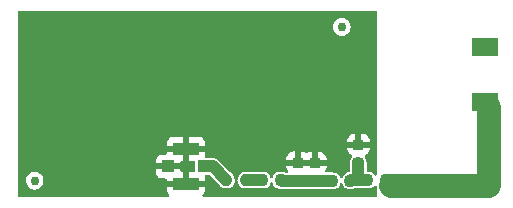
<source format=gbr>
%TF.GenerationSoftware,KiCad,Pcbnew,6.0.0+dfsg1-2*%
%TF.CreationDate,2022-03-05T21:21:33-05:00*%
%TF.ProjectId,RUSP_Antenna,52555350-5f41-46e7-9465-6e6e612e6b69,rev?*%
%TF.SameCoordinates,Original*%
%TF.FileFunction,Copper,L1,Top*%
%TF.FilePolarity,Positive*%
%FSLAX46Y46*%
G04 Gerber Fmt 4.6, Leading zero omitted, Abs format (unit mm)*
G04 Created by KiCad (PCBNEW 6.0.0+dfsg1-2) date 2022-03-05 21:21:33*
%MOMM*%
%LPD*%
G01*
G04 APERTURE LIST*
G04 Aperture macros list*
%AMRoundRect*
0 Rectangle with rounded corners*
0 $1 Rounding radius*
0 $2 $3 $4 $5 $6 $7 $8 $9 X,Y pos of 4 corners*
0 Add a 4 corners polygon primitive as box body*
4,1,4,$2,$3,$4,$5,$6,$7,$8,$9,$2,$3,0*
0 Add four circle primitives for the rounded corners*
1,1,$1+$1,$2,$3*
1,1,$1+$1,$4,$5*
1,1,$1+$1,$6,$7*
1,1,$1+$1,$8,$9*
0 Add four rect primitives between the rounded corners*
20,1,$1+$1,$2,$3,$4,$5,0*
20,1,$1+$1,$4,$5,$6,$7,0*
20,1,$1+$1,$6,$7,$8,$9,0*
20,1,$1+$1,$8,$9,$2,$3,0*%
G04 Aperture macros list end*
%TA.AperFunction,SMDPad,CuDef*%
%ADD10C,0.750000*%
%TD*%
%TA.AperFunction,SMDPad,CuDef*%
%ADD11R,1.000000X1.000000*%
%TD*%
%TA.AperFunction,SMDPad,CuDef*%
%ADD12R,2.200000X1.050000*%
%TD*%
%TA.AperFunction,SMDPad,CuDef*%
%ADD13RoundRect,0.225000X-0.225000X-0.250000X0.225000X-0.250000X0.225000X0.250000X-0.225000X0.250000X0*%
%TD*%
%TA.AperFunction,SMDPad,CuDef*%
%ADD14RoundRect,0.225000X-0.250000X0.225000X-0.250000X-0.225000X0.250000X-0.225000X0.250000X0.225000X0*%
%TD*%
%TA.AperFunction,SMDPad,CuDef*%
%ADD15RoundRect,0.218750X0.256250X-0.218750X0.256250X0.218750X-0.256250X0.218750X-0.256250X-0.218750X0*%
%TD*%
%TA.AperFunction,SMDPad,CuDef*%
%ADD16R,2.300000X1.650000*%
%TD*%
%TA.AperFunction,SMDPad,CuDef*%
%ADD17RoundRect,0.200000X0.200000X0.275000X-0.200000X0.275000X-0.200000X-0.275000X0.200000X-0.275000X0*%
%TD*%
%TA.AperFunction,SMDPad,CuDef*%
%ADD18RoundRect,0.218750X0.218750X0.256250X-0.218750X0.256250X-0.218750X-0.256250X0.218750X-0.256250X0*%
%TD*%
%TA.AperFunction,Conductor*%
%ADD19C,1.000000*%
%TD*%
%TA.AperFunction,Conductor*%
%ADD20C,2.000000*%
%TD*%
G04 APERTURE END LIST*
D10*
%TO.P,FID1,*%
%TO.N,*%
X125750000Y-103750000D03*
%TD*%
%TO.P,FID2,*%
%TO.N,*%
X151750000Y-90750000D03*
%TD*%
D11*
%TO.P,J1,1,In*%
%TO.N,Net-(J1-Pad1)*%
X140050000Y-102550000D03*
D12*
%TO.P,J1,2,Ext*%
%TO.N,GNDA*%
X138550000Y-101075000D03*
X138550000Y-104025000D03*
D11*
X137050000Y-102550000D03*
%TD*%
D13*
%TO.P,C1,1*%
%TO.N,Net-(C1-Pad1)*%
X150925000Y-103750000D03*
%TO.P,C1,2*%
%TO.N,Net-(C1-Pad2)*%
X152475000Y-103750000D03*
%TD*%
D14*
%TO.P,C2,1*%
%TO.N,GNDA*%
X149490000Y-102245000D03*
%TO.P,C2,2*%
%TO.N,Net-(C1-Pad1)*%
X149490000Y-103795000D03*
%TD*%
D15*
%TO.P,L1,1,1*%
%TO.N,Net-(C1-Pad2)*%
X153160000Y-102277500D03*
%TO.P,L1,2,2*%
%TO.N,GNDA*%
X153160000Y-100702500D03*
%TD*%
D16*
%TO.P,AE1,*%
%TO.N,*%
X163850000Y-92475000D03*
%TO.P,AE1,1,A*%
%TO.N,Net-(AE1-Pad1)*%
X163850000Y-97125000D03*
%TD*%
D17*
%TO.P,R1,1*%
%TO.N,Net-(C3-Pad1)*%
X143635000Y-103700000D03*
%TO.P,R1,2*%
%TO.N,Net-(J1-Pad1)*%
X141985000Y-103700000D03*
%TD*%
D18*
%TO.P,L2,1,1*%
%TO.N,Net-(AE1-Pad1)*%
X155487500Y-103690000D03*
%TO.P,L2,2,2*%
%TO.N,Net-(C1-Pad2)*%
X153912500Y-103690000D03*
%TD*%
D15*
%TO.P,L3,1,1*%
%TO.N,Net-(C1-Pad1)*%
X148010000Y-103797500D03*
%TO.P,L3,2,2*%
%TO.N,GNDA*%
X148010000Y-102222500D03*
%TD*%
D13*
%TO.P,C3,1*%
%TO.N,Net-(C3-Pad1)*%
X145025000Y-103700000D03*
%TO.P,C3,2*%
%TO.N,Net-(C1-Pad1)*%
X146575000Y-103700000D03*
%TD*%
D19*
%TO.N,Net-(AE1-Pad1)*%
X155900000Y-104225480D02*
X155487500Y-103812980D01*
D20*
X164225480Y-104200000D02*
X155997500Y-104200000D01*
X155997500Y-104200000D02*
X155972020Y-104225480D01*
X164225480Y-97500480D02*
X164225480Y-98000000D01*
X164225480Y-98000000D02*
X164225480Y-104200000D01*
D19*
X155487500Y-103812980D02*
X155487500Y-103690000D01*
D20*
X155972020Y-104225480D02*
X155900000Y-104225480D01*
D19*
%TO.N,Net-(C1-Pad1)*%
X148010000Y-103797500D02*
X146672500Y-103797500D01*
X149487500Y-103797500D02*
X149490000Y-103795000D01*
X149535000Y-103750000D02*
X149490000Y-103795000D01*
X148010000Y-103797500D02*
X149487500Y-103797500D01*
X150925000Y-103750000D02*
X149535000Y-103750000D01*
X146672500Y-103797500D02*
X146575000Y-103700000D01*
%TO.N,Net-(C1-Pad2)*%
X153290000Y-103690000D02*
X152535000Y-103690000D01*
X153912500Y-103690000D02*
X153290000Y-103690000D01*
X153160000Y-102277500D02*
X153160000Y-103560000D01*
X153160000Y-103560000D02*
X153290000Y-103690000D01*
X152535000Y-103690000D02*
X152475000Y-103750000D01*
%TO.N,Net-(C3-Pad1)*%
X143635000Y-103700000D02*
X145025000Y-103700000D01*
%TO.N,Net-(J1-Pad1)*%
X140835000Y-102550000D02*
X141985000Y-103700000D01*
X140050000Y-102550000D02*
X140835000Y-102550000D01*
%TD*%
%TA.AperFunction,Conductor*%
%TO.N,GNDA*%
G36*
X154692121Y-89370002D02*
G01*
X154738614Y-89423658D01*
X154750000Y-89476000D01*
X154750000Y-103199809D01*
X154729998Y-103267930D01*
X154676342Y-103314423D01*
X154606068Y-103324527D01*
X154541488Y-103295033D01*
X154511733Y-103257012D01*
X154479159Y-103193082D01*
X154479158Y-103193080D01*
X154474658Y-103184249D01*
X154380751Y-103090342D01*
X154282501Y-103040281D01*
X154271254Y-103034550D01*
X154271253Y-103034550D01*
X154262420Y-103030049D01*
X154164246Y-103014500D01*
X154131299Y-103014500D01*
X154099964Y-103010541D01*
X154095061Y-103009282D01*
X154087987Y-103006524D01*
X154038097Y-102999956D01*
X153970054Y-102990998D01*
X153905127Y-102962276D01*
X153866035Y-102903011D01*
X153860500Y-102866076D01*
X153860500Y-102234984D01*
X153845276Y-102109180D01*
X153842592Y-102102077D01*
X153840779Y-102094695D01*
X153841739Y-102094459D01*
X153835500Y-102060297D01*
X153835500Y-102025754D01*
X153819951Y-101927580D01*
X153759658Y-101809249D01*
X153720310Y-101769901D01*
X153686284Y-101707589D01*
X153691349Y-101636774D01*
X153733896Y-101579938D01*
X153743102Y-101573662D01*
X153864514Y-101498530D01*
X153875915Y-101489494D01*
X153985298Y-101379920D01*
X153994310Y-101368509D01*
X154075553Y-101236709D01*
X154081697Y-101223532D01*
X154130579Y-101076157D01*
X154133445Y-101062790D01*
X154142614Y-100973300D01*
X154138525Y-100959376D01*
X154137135Y-100958171D01*
X154129452Y-100956500D01*
X152195115Y-100956500D01*
X152179876Y-100960975D01*
X152178671Y-100962365D01*
X152177158Y-100969321D01*
X152177337Y-100972782D01*
X152186804Y-101064021D01*
X152189697Y-101077417D01*
X152238830Y-101224687D01*
X152245004Y-101237866D01*
X152326470Y-101369514D01*
X152335506Y-101380915D01*
X152445080Y-101490298D01*
X152456491Y-101499310D01*
X152576792Y-101573465D01*
X152624286Y-101626238D01*
X152635709Y-101696309D01*
X152607435Y-101761433D01*
X152599771Y-101769820D01*
X152560342Y-101809249D01*
X152500049Y-101927580D01*
X152484500Y-102025754D01*
X152484500Y-102058701D01*
X152480541Y-102090036D01*
X152479282Y-102094939D01*
X152476524Y-102102013D01*
X152459500Y-102231326D01*
X152459500Y-102884068D01*
X152439498Y-102952189D01*
X152385842Y-102998682D01*
X152369416Y-103004393D01*
X152366680Y-103004724D01*
X152359582Y-103007406D01*
X152356256Y-103008223D01*
X152341808Y-103012176D01*
X152338529Y-103013166D01*
X152331046Y-103014472D01*
X152285308Y-103034550D01*
X152273234Y-103039850D01*
X152267130Y-103042341D01*
X152208077Y-103064655D01*
X152201816Y-103068958D01*
X152198509Y-103070687D01*
X152159844Y-103083475D01*
X152116874Y-103090281D01*
X151996780Y-103151472D01*
X151901472Y-103246780D01*
X151840281Y-103366874D01*
X151838731Y-103376663D01*
X151838730Y-103376665D01*
X151827351Y-103448510D01*
X151824500Y-103466512D01*
X151822250Y-103466156D01*
X151800326Y-103523676D01*
X151743188Y-103565816D01*
X151672338Y-103570375D01*
X151610271Y-103535906D01*
X151576691Y-103473352D01*
X151575703Y-103466480D01*
X151575500Y-103466512D01*
X151561270Y-103376665D01*
X151561269Y-103376663D01*
X151559719Y-103366874D01*
X151498528Y-103246780D01*
X151403220Y-103151472D01*
X151283126Y-103090281D01*
X151273337Y-103088731D01*
X151273335Y-103088730D01*
X151238841Y-103083267D01*
X151183488Y-103074500D01*
X151143799Y-103074500D01*
X151112464Y-103070541D01*
X151107561Y-103069282D01*
X151100487Y-103066524D01*
X151026191Y-103056743D01*
X150975261Y-103050038D01*
X150975260Y-103050038D01*
X150971174Y-103049500D01*
X150469570Y-103049500D01*
X150401449Y-103029498D01*
X150354956Y-102975842D01*
X150344852Y-102905568D01*
X150362310Y-102857384D01*
X150405004Y-102788120D01*
X150411151Y-102774939D01*
X150460491Y-102626186D01*
X150463358Y-102612810D01*
X150472672Y-102521903D01*
X150472929Y-102516874D01*
X150468525Y-102501876D01*
X150467135Y-102500671D01*
X150459452Y-102499000D01*
X148532168Y-102499000D01*
X148464047Y-102478998D01*
X148463683Y-102478726D01*
X148453452Y-102476500D01*
X147045115Y-102476500D01*
X147029876Y-102480975D01*
X147028671Y-102482365D01*
X147027158Y-102489321D01*
X147027337Y-102492782D01*
X147036804Y-102584021D01*
X147039697Y-102597417D01*
X147088830Y-102744687D01*
X147095004Y-102757866D01*
X147176472Y-102889518D01*
X147179026Y-102892740D01*
X147180084Y-102895354D01*
X147180324Y-102895742D01*
X147180258Y-102895783D01*
X147205660Y-102958551D01*
X147192487Y-103028315D01*
X147143687Y-103079881D01*
X147080277Y-103097000D01*
X147074694Y-103097000D01*
X147017491Y-103083267D01*
X146981098Y-103064724D01*
X146933126Y-103040281D01*
X146923337Y-103038731D01*
X146923335Y-103038730D01*
X146893851Y-103034060D01*
X146833488Y-103024500D01*
X146786018Y-103024500D01*
X146763057Y-103022390D01*
X146753081Y-103020541D01*
X146619308Y-102995748D01*
X146611728Y-102996185D01*
X146611727Y-102996185D01*
X146582572Y-102997866D01*
X146450041Y-103005507D01*
X146420900Y-103014472D01*
X146406409Y-103018930D01*
X146369360Y-103024500D01*
X146316512Y-103024500D01*
X146256149Y-103034060D01*
X146226665Y-103038730D01*
X146226663Y-103038731D01*
X146216874Y-103040281D01*
X146096780Y-103101472D01*
X146001472Y-103196780D01*
X145940281Y-103316874D01*
X145924500Y-103416512D01*
X145922250Y-103416156D01*
X145900326Y-103473676D01*
X145843188Y-103515816D01*
X145772338Y-103520375D01*
X145710271Y-103485906D01*
X145676691Y-103423352D01*
X145675703Y-103416480D01*
X145675500Y-103416512D01*
X145661270Y-103326665D01*
X145661269Y-103326663D01*
X145659719Y-103316874D01*
X145598528Y-103196780D01*
X145503220Y-103101472D01*
X145383126Y-103040281D01*
X145373337Y-103038731D01*
X145373335Y-103038730D01*
X145343851Y-103034060D01*
X145283488Y-103024500D01*
X145243799Y-103024500D01*
X145212464Y-103020541D01*
X145207561Y-103019282D01*
X145200487Y-103016524D01*
X145071174Y-102999500D01*
X143592484Y-102999500D01*
X143466680Y-103014724D01*
X143459576Y-103017408D01*
X143452195Y-103019221D01*
X143451959Y-103018261D01*
X143417794Y-103024501D01*
X143403482Y-103024501D01*
X143398589Y-103025276D01*
X143398588Y-103025276D01*
X143319494Y-103037802D01*
X143319492Y-103037803D01*
X143309696Y-103039354D01*
X143300859Y-103043857D01*
X143300858Y-103043857D01*
X143282320Y-103053303D01*
X143196658Y-103096950D01*
X143106950Y-103186658D01*
X143076316Y-103246780D01*
X143055617Y-103287405D01*
X143049354Y-103299696D01*
X143048042Y-103307977D01*
X143040645Y-103325446D01*
X142979777Y-103440407D01*
X142979775Y-103440412D01*
X142976224Y-103447119D01*
X142934919Y-103611559D01*
X142934879Y-103619159D01*
X142933928Y-103626689D01*
X142931219Y-103626347D01*
X142914546Y-103682044D01*
X142899529Y-103694918D01*
X142931068Y-103752223D01*
X142932543Y-103766038D01*
X142933198Y-103765962D01*
X142934071Y-103773506D01*
X142934031Y-103781105D01*
X142935805Y-103788492D01*
X142935805Y-103788496D01*
X142968896Y-103926324D01*
X142973612Y-103945968D01*
X142977093Y-103952712D01*
X142977094Y-103952715D01*
X143001617Y-104000227D01*
X143041460Y-104077420D01*
X143042401Y-104079244D01*
X143048232Y-104093218D01*
X143049354Y-104100304D01*
X143106950Y-104213342D01*
X143196658Y-104303050D01*
X143309696Y-104360646D01*
X143319485Y-104362196D01*
X143319487Y-104362197D01*
X143340343Y-104365500D01*
X143403481Y-104375500D01*
X143416201Y-104375500D01*
X143447536Y-104379459D01*
X143452439Y-104380718D01*
X143459513Y-104383476D01*
X143588826Y-104400500D01*
X145067516Y-104400500D01*
X145193320Y-104385276D01*
X145200423Y-104382592D01*
X145207805Y-104380779D01*
X145208041Y-104381739D01*
X145242203Y-104375500D01*
X145283488Y-104375500D01*
X145346626Y-104365500D01*
X145373335Y-104361270D01*
X145373337Y-104361269D01*
X145383126Y-104359719D01*
X145503220Y-104298528D01*
X145598528Y-104203220D01*
X145659719Y-104083126D01*
X145663257Y-104060791D01*
X145675500Y-103983488D01*
X145677750Y-103983844D01*
X145699674Y-103926324D01*
X145756812Y-103884184D01*
X145827662Y-103879625D01*
X145889729Y-103914094D01*
X145923309Y-103976648D01*
X145924297Y-103983520D01*
X145924500Y-103983488D01*
X145936744Y-104060791D01*
X145940281Y-104083126D01*
X146001472Y-104203220D01*
X146096780Y-104298528D01*
X146216874Y-104359719D01*
X146226666Y-104361270D01*
X146231351Y-104362012D01*
X146289386Y-104387307D01*
X146306957Y-104401084D01*
X146313883Y-104404211D01*
X146316837Y-104406000D01*
X146329788Y-104413387D01*
X146332834Y-104415020D01*
X146339047Y-104419387D01*
X146386255Y-104437793D01*
X146397866Y-104442320D01*
X146403945Y-104444875D01*
X146461484Y-104470855D01*
X146468955Y-104472240D01*
X146472223Y-104473264D01*
X146486664Y-104477377D01*
X146489937Y-104478217D01*
X146497013Y-104480976D01*
X146541683Y-104486856D01*
X146559606Y-104489216D01*
X146566123Y-104490248D01*
X146571918Y-104491322D01*
X146628192Y-104501752D01*
X146635772Y-104501315D01*
X146635773Y-104501315D01*
X146689644Y-104498209D01*
X146696896Y-104498000D01*
X149458859Y-104498000D01*
X149467429Y-104498292D01*
X149516854Y-104501662D01*
X149516858Y-104501662D01*
X149524430Y-104502178D01*
X149531906Y-104500873D01*
X149531909Y-104500873D01*
X149586632Y-104491322D01*
X149593158Y-104490359D01*
X149633596Y-104485465D01*
X149655820Y-104482776D01*
X149662927Y-104480091D01*
X149666220Y-104479282D01*
X149680691Y-104475323D01*
X149683967Y-104474334D01*
X149691454Y-104473027D01*
X149703526Y-104467728D01*
X149718567Y-104461126D01*
X149769211Y-104450500D01*
X150967516Y-104450500D01*
X151093320Y-104435276D01*
X151100423Y-104432592D01*
X151107805Y-104430779D01*
X151108041Y-104431739D01*
X151142203Y-104425500D01*
X151183488Y-104425500D01*
X151243851Y-104415940D01*
X151273335Y-104411270D01*
X151273337Y-104411269D01*
X151283126Y-104409719D01*
X151403220Y-104348528D01*
X151498528Y-104253220D01*
X151559719Y-104133126D01*
X151563398Y-104109901D01*
X151575500Y-104033488D01*
X151577750Y-104033844D01*
X151599674Y-103976324D01*
X151656812Y-103934184D01*
X151727662Y-103929625D01*
X151789729Y-103964094D01*
X151823309Y-104026648D01*
X151824297Y-104033520D01*
X151824500Y-104033488D01*
X151836603Y-104109901D01*
X151840281Y-104133126D01*
X151901472Y-104253220D01*
X151996780Y-104348528D01*
X152116874Y-104409719D01*
X152126663Y-104411269D01*
X152126665Y-104411270D01*
X152156149Y-104415940D01*
X152216512Y-104425500D01*
X152267866Y-104425500D01*
X152306173Y-104431465D01*
X152342775Y-104443146D01*
X152350355Y-104443663D01*
X152350356Y-104443663D01*
X152504354Y-104454162D01*
X152504358Y-104454162D01*
X152511930Y-104454678D01*
X152519407Y-104453373D01*
X152519408Y-104453373D01*
X152668360Y-104427376D01*
X152690024Y-104425500D01*
X152733488Y-104425500D01*
X152793851Y-104415940D01*
X152823335Y-104411270D01*
X152823337Y-104411269D01*
X152833126Y-104409719D01*
X152841962Y-104405217D01*
X152843894Y-104404233D01*
X152848097Y-104403224D01*
X152851393Y-104402153D01*
X152851477Y-104402412D01*
X152901096Y-104390500D01*
X153213871Y-104390500D01*
X153236831Y-104392610D01*
X153245692Y-104394252D01*
X153253272Y-104393815D01*
X153253273Y-104393815D01*
X153307144Y-104390709D01*
X153314396Y-104390500D01*
X153955016Y-104390500D01*
X154080820Y-104375276D01*
X154087923Y-104372592D01*
X154095305Y-104370779D01*
X154095541Y-104371739D01*
X154129703Y-104365500D01*
X154164246Y-104365500D01*
X154262420Y-104349951D01*
X154380751Y-104289658D01*
X154474658Y-104195751D01*
X154474888Y-104195299D01*
X154526971Y-104155137D01*
X154597707Y-104149061D01*
X154660499Y-104182193D01*
X154695410Y-104244013D01*
X154698674Y-104274200D01*
X154698356Y-104298528D01*
X154698074Y-104320074D01*
X154699053Y-104325771D01*
X154699053Y-104325772D01*
X154729292Y-104501752D01*
X154735438Y-104537523D01*
X154737440Y-104542949D01*
X154737440Y-104542950D01*
X154742212Y-104555886D01*
X154750000Y-104599496D01*
X154750000Y-105024000D01*
X154729998Y-105092121D01*
X154676342Y-105138614D01*
X154624000Y-105150000D01*
X140074766Y-105150000D01*
X140006645Y-105129998D01*
X139960152Y-105076342D01*
X139950048Y-105006068D01*
X139979542Y-104941488D01*
X139999200Y-104923174D01*
X140005726Y-104918283D01*
X140018285Y-104905724D01*
X140094786Y-104803649D01*
X140103324Y-104788054D01*
X140148478Y-104667606D01*
X140152105Y-104652351D01*
X140157631Y-104601486D01*
X140158000Y-104594672D01*
X140158000Y-104297115D01*
X140153525Y-104281876D01*
X140152135Y-104280671D01*
X140144452Y-104279000D01*
X136960116Y-104279000D01*
X136944877Y-104283475D01*
X136943672Y-104284865D01*
X136942001Y-104292548D01*
X136942001Y-104594669D01*
X136942371Y-104601490D01*
X136947895Y-104652352D01*
X136951521Y-104667604D01*
X136996676Y-104788054D01*
X137005214Y-104803649D01*
X137081715Y-104905724D01*
X137094274Y-104918283D01*
X137100800Y-104923174D01*
X137143314Y-104980034D01*
X137148339Y-105050853D01*
X137114279Y-105113146D01*
X137051948Y-105147136D01*
X137025234Y-105150000D01*
X124476000Y-105150000D01*
X124407879Y-105129998D01*
X124361386Y-105076342D01*
X124350000Y-105024000D01*
X124350000Y-103739455D01*
X124994825Y-103739455D01*
X124995512Y-103746462D01*
X124995512Y-103746465D01*
X124998909Y-103781105D01*
X125011255Y-103907025D01*
X125064402Y-104066791D01*
X125068049Y-104072813D01*
X125068050Y-104072815D01*
X125147807Y-104204509D01*
X125151624Y-104210812D01*
X125156513Y-104215875D01*
X125156514Y-104215876D01*
X125183686Y-104244013D01*
X125268586Y-104331929D01*
X125274483Y-104335788D01*
X125403577Y-104420266D01*
X125403581Y-104420268D01*
X125409475Y-104424125D01*
X125567289Y-104482815D01*
X125574270Y-104483746D01*
X125574272Y-104483747D01*
X125615263Y-104489216D01*
X125734183Y-104505083D01*
X125741194Y-104504445D01*
X125741198Y-104504445D01*
X125894843Y-104490462D01*
X125901864Y-104489823D01*
X125908566Y-104487645D01*
X125908568Y-104487645D01*
X126055298Y-104439970D01*
X126055301Y-104439969D01*
X126061997Y-104437793D01*
X126206623Y-104351578D01*
X126211717Y-104346727D01*
X126211721Y-104346724D01*
X126323454Y-104240322D01*
X126323455Y-104240320D01*
X126328554Y-104235465D01*
X126338595Y-104220353D01*
X126385961Y-104149061D01*
X126421731Y-104095223D01*
X126481521Y-103937823D01*
X126497428Y-103824644D01*
X126504404Y-103775010D01*
X126504404Y-103775006D01*
X126504955Y-103771088D01*
X126505249Y-103750000D01*
X126496152Y-103668895D01*
X126487266Y-103589672D01*
X126487265Y-103589669D01*
X126486481Y-103582676D01*
X126431108Y-103423668D01*
X126341884Y-103280879D01*
X126329025Y-103267930D01*
X126228205Y-103166403D01*
X126228201Y-103166400D01*
X126223242Y-103161406D01*
X126208976Y-103152352D01*
X126139848Y-103108483D01*
X126118081Y-103094669D01*
X136042001Y-103094669D01*
X136042371Y-103101490D01*
X136047895Y-103152352D01*
X136051521Y-103167604D01*
X136096676Y-103288054D01*
X136105214Y-103303649D01*
X136181715Y-103405724D01*
X136194276Y-103418285D01*
X136296351Y-103494786D01*
X136311946Y-103503324D01*
X136432394Y-103548478D01*
X136447649Y-103552105D01*
X136498514Y-103557631D01*
X136505328Y-103558000D01*
X136816000Y-103558000D01*
X136884121Y-103578002D01*
X136930614Y-103631658D01*
X136942000Y-103684000D01*
X136942000Y-103752885D01*
X136946475Y-103768124D01*
X136947865Y-103769329D01*
X136955548Y-103771000D01*
X138277885Y-103771000D01*
X138293124Y-103766525D01*
X138294329Y-103765135D01*
X138296000Y-103757452D01*
X138296000Y-103752885D01*
X138804000Y-103752885D01*
X138808475Y-103768124D01*
X138809865Y-103769329D01*
X138817548Y-103771000D01*
X140139884Y-103771000D01*
X140155123Y-103766525D01*
X140156328Y-103765135D01*
X140157999Y-103757452D01*
X140157999Y-103455331D01*
X140157629Y-103448510D01*
X140151286Y-103390105D01*
X140163815Y-103320223D01*
X140212137Y-103268208D01*
X140276549Y-103250500D01*
X140492653Y-103250500D01*
X140560774Y-103270502D01*
X140581749Y-103287405D01*
X140989261Y-103694918D01*
X141390133Y-104095790D01*
X141413304Y-104127682D01*
X141456950Y-104213342D01*
X141546658Y-104303050D01*
X141659696Y-104360646D01*
X141669485Y-104362196D01*
X141669487Y-104362197D01*
X141690343Y-104365500D01*
X141753481Y-104375500D01*
X141773981Y-104375500D01*
X141796942Y-104377610D01*
X141940692Y-104404252D01*
X141948272Y-104403815D01*
X141948273Y-104403815D01*
X141979499Y-104402015D01*
X142109959Y-104394493D01*
X142122259Y-104390709D01*
X142153595Y-104381069D01*
X142190644Y-104375499D01*
X142216518Y-104375499D01*
X142240260Y-104371739D01*
X142300506Y-104362198D01*
X142300508Y-104362197D01*
X142310304Y-104360646D01*
X142423342Y-104303050D01*
X142513050Y-104213342D01*
X142570646Y-104100304D01*
X142572197Y-104090508D01*
X142573112Y-104087693D01*
X142585514Y-104060791D01*
X142622628Y-104000227D01*
X142622631Y-104000221D01*
X142626598Y-103993747D01*
X142678146Y-103832225D01*
X142682330Y-103770847D01*
X142706918Y-103704245D01*
X142718071Y-103695838D01*
X142687827Y-103648227D01*
X142684784Y-103635029D01*
X142683329Y-103626689D01*
X142660528Y-103496047D01*
X142656077Y-103485906D01*
X142595431Y-103347750D01*
X142595430Y-103347748D01*
X142592379Y-103340798D01*
X142587758Y-103334776D01*
X142583888Y-103328232D01*
X142584320Y-103327977D01*
X142571165Y-103302972D01*
X142570646Y-103299696D01*
X142564384Y-103287405D01*
X142543684Y-103246780D01*
X142513050Y-103186658D01*
X142423342Y-103096950D01*
X142337679Y-103053303D01*
X142305788Y-103030131D01*
X141350582Y-102074925D01*
X141344728Y-102068659D01*
X141312165Y-102031331D01*
X141307169Y-102025604D01*
X141255527Y-101989310D01*
X141250242Y-101985384D01*
X141207283Y-101951700D01*
X147027386Y-101951700D01*
X147031475Y-101965624D01*
X147032865Y-101966829D01*
X147040548Y-101968500D01*
X147737885Y-101968500D01*
X147753124Y-101964025D01*
X147754329Y-101962635D01*
X147756000Y-101954952D01*
X147756000Y-101950385D01*
X148264000Y-101950385D01*
X148268475Y-101965624D01*
X148269865Y-101966829D01*
X148277548Y-101968500D01*
X148967832Y-101968500D01*
X149035953Y-101988502D01*
X149036317Y-101988774D01*
X149046548Y-101991000D01*
X149217885Y-101991000D01*
X149233124Y-101986525D01*
X149234329Y-101985135D01*
X149236000Y-101977452D01*
X149236000Y-101972885D01*
X149744000Y-101972885D01*
X149748475Y-101988124D01*
X149749865Y-101989329D01*
X149757548Y-101991000D01*
X150454885Y-101991000D01*
X150470124Y-101986525D01*
X150471329Y-101985135D01*
X150473000Y-101977452D01*
X150473000Y-101974562D01*
X150472663Y-101968047D01*
X150463106Y-101875943D01*
X150460212Y-101862544D01*
X150410619Y-101713893D01*
X150404445Y-101700714D01*
X150322212Y-101567827D01*
X150313176Y-101556426D01*
X150202571Y-101446014D01*
X150191160Y-101437002D01*
X150058120Y-101354996D01*
X150044939Y-101348849D01*
X149896186Y-101299509D01*
X149882810Y-101296642D01*
X149791903Y-101287328D01*
X149785486Y-101287000D01*
X149762115Y-101287000D01*
X149746876Y-101291475D01*
X149745671Y-101292865D01*
X149744000Y-101300548D01*
X149744000Y-101972885D01*
X149236000Y-101972885D01*
X149236000Y-101305115D01*
X149231525Y-101289876D01*
X149230135Y-101288671D01*
X149222452Y-101287000D01*
X149194562Y-101287000D01*
X149188047Y-101287337D01*
X149095943Y-101296894D01*
X149082544Y-101299788D01*
X148933893Y-101349381D01*
X148920714Y-101355555D01*
X148826709Y-101413727D01*
X148758257Y-101432565D01*
X148694290Y-101413843D01*
X148581709Y-101344447D01*
X148568532Y-101338303D01*
X148421157Y-101289421D01*
X148407790Y-101286555D01*
X148317730Y-101277328D01*
X148311315Y-101277000D01*
X148282115Y-101277000D01*
X148266876Y-101281475D01*
X148265671Y-101282865D01*
X148264000Y-101290548D01*
X148264000Y-101950385D01*
X147756000Y-101950385D01*
X147756000Y-101295115D01*
X147751525Y-101279876D01*
X147750135Y-101278671D01*
X147742452Y-101277000D01*
X147708734Y-101277000D01*
X147702218Y-101277337D01*
X147610979Y-101286804D01*
X147597583Y-101289697D01*
X147450313Y-101338830D01*
X147437134Y-101345004D01*
X147305486Y-101426470D01*
X147294085Y-101435506D01*
X147184702Y-101545080D01*
X147175690Y-101556491D01*
X147094447Y-101688291D01*
X147088303Y-101701468D01*
X147039421Y-101848843D01*
X147036555Y-101862210D01*
X147027386Y-101951700D01*
X141207283Y-101951700D01*
X141206524Y-101951105D01*
X141206520Y-101951103D01*
X141200543Y-101946416D01*
X141193620Y-101943290D01*
X141190672Y-101941505D01*
X141177712Y-101934113D01*
X141174666Y-101932480D01*
X141168453Y-101928113D01*
X141109633Y-101905180D01*
X141103554Y-101902624D01*
X141046016Y-101876645D01*
X141038545Y-101875260D01*
X141035277Y-101874236D01*
X141020836Y-101870123D01*
X141017563Y-101869283D01*
X141010487Y-101866524D01*
X140965817Y-101860644D01*
X140947894Y-101858284D01*
X140941377Y-101857252D01*
X140886775Y-101847132D01*
X140879308Y-101845748D01*
X140871728Y-101846185D01*
X140871727Y-101846185D01*
X140817856Y-101849291D01*
X140810604Y-101849500D01*
X140276549Y-101849500D01*
X140208428Y-101829498D01*
X140161935Y-101775842D01*
X140151286Y-101709892D01*
X140157631Y-101651486D01*
X140158000Y-101644672D01*
X140158000Y-101347115D01*
X140153525Y-101331876D01*
X140152135Y-101330671D01*
X140144452Y-101329000D01*
X138822115Y-101329000D01*
X138806876Y-101333475D01*
X138805671Y-101334865D01*
X138804000Y-101342548D01*
X138804000Y-102089885D01*
X138808475Y-102105124D01*
X138809865Y-102106329D01*
X138817548Y-102108000D01*
X139223500Y-102107999D01*
X139291620Y-102128001D01*
X139338114Y-102181656D01*
X139349500Y-102233999D01*
X139349500Y-102541281D01*
X139349498Y-102541941D01*
X139349031Y-102631105D01*
X139349392Y-102632609D01*
X139349500Y-102634481D01*
X139349500Y-102866000D01*
X139329498Y-102934121D01*
X139275842Y-102980614D01*
X139223500Y-102992000D01*
X138822115Y-102992001D01*
X138806876Y-102996476D01*
X138805671Y-102997866D01*
X138804000Y-103005549D01*
X138804000Y-103752885D01*
X138296000Y-103752885D01*
X138296000Y-103010116D01*
X138291525Y-102994877D01*
X138290135Y-102993672D01*
X138282452Y-102992001D01*
X138184000Y-102992001D01*
X138115879Y-102971999D01*
X138069386Y-102918343D01*
X138058000Y-102866001D01*
X138058000Y-102822115D01*
X138053525Y-102806876D01*
X138052135Y-102805671D01*
X138044452Y-102804000D01*
X136060116Y-102804000D01*
X136044877Y-102808475D01*
X136043672Y-102809865D01*
X136042001Y-102817548D01*
X136042001Y-103094669D01*
X126118081Y-103094669D01*
X126081079Y-103071187D01*
X125922462Y-103014706D01*
X125915474Y-103013873D01*
X125915471Y-103013872D01*
X125822300Y-103002762D01*
X125755273Y-102994769D01*
X125748270Y-102995505D01*
X125748269Y-102995505D01*
X125718043Y-102998682D01*
X125587821Y-103012369D01*
X125581155Y-103014638D01*
X125581152Y-103014639D01*
X125435098Y-103064360D01*
X125435095Y-103064361D01*
X125428431Y-103066630D01*
X125422436Y-103070318D01*
X125422432Y-103070320D01*
X125291021Y-103151165D01*
X125291019Y-103151167D01*
X125285022Y-103154856D01*
X125164724Y-103272661D01*
X125073515Y-103414190D01*
X125071105Y-103420810D01*
X125071104Y-103420813D01*
X125054483Y-103466480D01*
X125015927Y-103572409D01*
X124994825Y-103739455D01*
X124350000Y-103739455D01*
X124350000Y-102277885D01*
X136042000Y-102277885D01*
X136046475Y-102293124D01*
X136047865Y-102294329D01*
X136055548Y-102296000D01*
X138039884Y-102296000D01*
X138055123Y-102291525D01*
X138056328Y-102290135D01*
X138057999Y-102282452D01*
X138057999Y-102234000D01*
X138078001Y-102165879D01*
X138131657Y-102119386D01*
X138183999Y-102108000D01*
X138277885Y-102108000D01*
X138293124Y-102103525D01*
X138294329Y-102102135D01*
X138296000Y-102094452D01*
X138296000Y-101347115D01*
X138291525Y-101331876D01*
X138290135Y-101330671D01*
X138282452Y-101329000D01*
X136960116Y-101329000D01*
X136944877Y-101333475D01*
X136943672Y-101334865D01*
X136942001Y-101342548D01*
X136942001Y-101416001D01*
X136921999Y-101484122D01*
X136868343Y-101530615D01*
X136816001Y-101542001D01*
X136505331Y-101542001D01*
X136498510Y-101542371D01*
X136447648Y-101547895D01*
X136432396Y-101551521D01*
X136311946Y-101596676D01*
X136296351Y-101605214D01*
X136194276Y-101681715D01*
X136181715Y-101694276D01*
X136105214Y-101796351D01*
X136096676Y-101811946D01*
X136051522Y-101932394D01*
X136047895Y-101947649D01*
X136042369Y-101998514D01*
X136042000Y-102005328D01*
X136042000Y-102277885D01*
X124350000Y-102277885D01*
X124350000Y-100802885D01*
X136942000Y-100802885D01*
X136946475Y-100818124D01*
X136947865Y-100819329D01*
X136955548Y-100821000D01*
X138277885Y-100821000D01*
X138293124Y-100816525D01*
X138294329Y-100815135D01*
X138296000Y-100807452D01*
X138296000Y-100802885D01*
X138804000Y-100802885D01*
X138808475Y-100818124D01*
X138809865Y-100819329D01*
X138817548Y-100821000D01*
X140139884Y-100821000D01*
X140155123Y-100816525D01*
X140156328Y-100815135D01*
X140157999Y-100807452D01*
X140157999Y-100505331D01*
X140157629Y-100498510D01*
X140152105Y-100447648D01*
X140148479Y-100432396D01*
X140148218Y-100431700D01*
X152177386Y-100431700D01*
X152181475Y-100445624D01*
X152182865Y-100446829D01*
X152190548Y-100448500D01*
X152887885Y-100448500D01*
X152903124Y-100444025D01*
X152904329Y-100442635D01*
X152906000Y-100434952D01*
X152906000Y-100430385D01*
X153414000Y-100430385D01*
X153418475Y-100445624D01*
X153419865Y-100446829D01*
X153427548Y-100448500D01*
X154124885Y-100448500D01*
X154140124Y-100444025D01*
X154141329Y-100442635D01*
X154142842Y-100435679D01*
X154142663Y-100432218D01*
X154133196Y-100340979D01*
X154130303Y-100327583D01*
X154081170Y-100180313D01*
X154074996Y-100167134D01*
X153993530Y-100035486D01*
X153984494Y-100024085D01*
X153874920Y-99914702D01*
X153863509Y-99905690D01*
X153731709Y-99824447D01*
X153718532Y-99818303D01*
X153571157Y-99769421D01*
X153557790Y-99766555D01*
X153467730Y-99757328D01*
X153461315Y-99757000D01*
X153432115Y-99757000D01*
X153416876Y-99761475D01*
X153415671Y-99762865D01*
X153414000Y-99770548D01*
X153414000Y-100430385D01*
X152906000Y-100430385D01*
X152906000Y-99775115D01*
X152901525Y-99759876D01*
X152900135Y-99758671D01*
X152892452Y-99757000D01*
X152858734Y-99757000D01*
X152852218Y-99757337D01*
X152760979Y-99766804D01*
X152747583Y-99769697D01*
X152600313Y-99818830D01*
X152587134Y-99825004D01*
X152455486Y-99906470D01*
X152444085Y-99915506D01*
X152334702Y-100025080D01*
X152325690Y-100036491D01*
X152244447Y-100168291D01*
X152238303Y-100181468D01*
X152189421Y-100328843D01*
X152186555Y-100342210D01*
X152177386Y-100431700D01*
X140148218Y-100431700D01*
X140103324Y-100311946D01*
X140094786Y-100296351D01*
X140018285Y-100194276D01*
X140005724Y-100181715D01*
X139903649Y-100105214D01*
X139888054Y-100096676D01*
X139767606Y-100051522D01*
X139752351Y-100047895D01*
X139701486Y-100042369D01*
X139694672Y-100042000D01*
X138822115Y-100042000D01*
X138806876Y-100046475D01*
X138805671Y-100047865D01*
X138804000Y-100055548D01*
X138804000Y-100802885D01*
X138296000Y-100802885D01*
X138296000Y-100060116D01*
X138291525Y-100044877D01*
X138290135Y-100043672D01*
X138282452Y-100042001D01*
X137405331Y-100042001D01*
X137398510Y-100042371D01*
X137347648Y-100047895D01*
X137332396Y-100051521D01*
X137211946Y-100096676D01*
X137196351Y-100105214D01*
X137094276Y-100181715D01*
X137081715Y-100194276D01*
X137005214Y-100296351D01*
X136996676Y-100311946D01*
X136951522Y-100432394D01*
X136947895Y-100447649D01*
X136942369Y-100498514D01*
X136942000Y-100505328D01*
X136942000Y-100802885D01*
X124350000Y-100802885D01*
X124350000Y-90739455D01*
X150994825Y-90739455D01*
X150995512Y-90746462D01*
X150995512Y-90746465D01*
X150998311Y-90775010D01*
X151011255Y-90907025D01*
X151064402Y-91066791D01*
X151151624Y-91210812D01*
X151156513Y-91215875D01*
X151156514Y-91215876D01*
X151227825Y-91289720D01*
X151268586Y-91331929D01*
X151274483Y-91335788D01*
X151403577Y-91420266D01*
X151403581Y-91420268D01*
X151409475Y-91424125D01*
X151567289Y-91482815D01*
X151574270Y-91483746D01*
X151574272Y-91483747D01*
X151619812Y-91489823D01*
X151734183Y-91505083D01*
X151741194Y-91504445D01*
X151741198Y-91504445D01*
X151894843Y-91490462D01*
X151901864Y-91489823D01*
X151908566Y-91487645D01*
X151908568Y-91487645D01*
X152055298Y-91439970D01*
X152055301Y-91439969D01*
X152061997Y-91437793D01*
X152206623Y-91351578D01*
X152211717Y-91346727D01*
X152211721Y-91346724D01*
X152323454Y-91240322D01*
X152323455Y-91240320D01*
X152328554Y-91235465D01*
X152344934Y-91210812D01*
X152417836Y-91101085D01*
X152421731Y-91095223D01*
X152481521Y-90937823D01*
X152504955Y-90771088D01*
X152505249Y-90750000D01*
X152486481Y-90582676D01*
X152431108Y-90423668D01*
X152341884Y-90280879D01*
X152333723Y-90272661D01*
X152228205Y-90166403D01*
X152228201Y-90166400D01*
X152223242Y-90161406D01*
X152081079Y-90071187D01*
X151922462Y-90014706D01*
X151915474Y-90013873D01*
X151915471Y-90013872D01*
X151822300Y-90002762D01*
X151755273Y-89994769D01*
X151748270Y-89995505D01*
X151748269Y-89995505D01*
X151702712Y-90000293D01*
X151587821Y-90012369D01*
X151581155Y-90014638D01*
X151581152Y-90014639D01*
X151435098Y-90064360D01*
X151435095Y-90064361D01*
X151428431Y-90066630D01*
X151422436Y-90070318D01*
X151422432Y-90070320D01*
X151291021Y-90151165D01*
X151291019Y-90151167D01*
X151285022Y-90154856D01*
X151164724Y-90272661D01*
X151073515Y-90414190D01*
X151015927Y-90572409D01*
X150994825Y-90739455D01*
X124350000Y-90739455D01*
X124350000Y-89476000D01*
X124370002Y-89407879D01*
X124423658Y-89361386D01*
X124476000Y-89350000D01*
X154624000Y-89350000D01*
X154692121Y-89370002D01*
G37*
%TD.AperFunction*%
%TD*%
M02*

</source>
